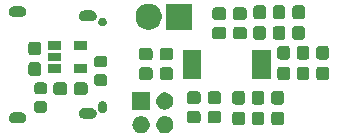
<source format=gbs>
G04 #@! TF.GenerationSoftware,KiCad,Pcbnew,(5.1.0-47-g8a7e501fe)*
G04 #@! TF.CreationDate,2019-04-01T01:15:26-05:00*
G04 #@! TF.ProjectId,usb_c_wien_bridge,7573625f-635f-4776-9965-6e5f62726964,0.1a*
G04 #@! TF.SameCoordinates,Original*
G04 #@! TF.FileFunction,Soldermask,Bot*
G04 #@! TF.FilePolarity,Negative*
%FSLAX46Y46*%
G04 Gerber Fmt 4.6, Leading zero omitted, Abs format (unit mm)*
G04 Created by KiCad (PCBNEW (5.1.0-47-g8a7e501fe)) date 2019-04-01 01:15:26*
%MOMM*%
%LPD*%
G04 APERTURE LIST*
%ADD10C,0.100000*%
G04 APERTURE END LIST*
D10*
G36*
X139556278Y-100249701D02*
G01*
X139612193Y-100266663D01*
X139693095Y-100291204D01*
X139819183Y-100358600D01*
X139929701Y-100449299D01*
X140020400Y-100559817D01*
X140087796Y-100685905D01*
X140094829Y-100709091D01*
X140129299Y-100822722D01*
X140143312Y-100965000D01*
X140129299Y-101107278D01*
X140107288Y-101179837D01*
X140087796Y-101244095D01*
X140020400Y-101370183D01*
X139929701Y-101480701D01*
X139819183Y-101571400D01*
X139693095Y-101638796D01*
X139628837Y-101658288D01*
X139556278Y-101680299D01*
X139449655Y-101690800D01*
X139378345Y-101690800D01*
X139271722Y-101680299D01*
X139199163Y-101658288D01*
X139134905Y-101638796D01*
X139008817Y-101571400D01*
X138898299Y-101480701D01*
X138807600Y-101370183D01*
X138740204Y-101244095D01*
X138720712Y-101179837D01*
X138698701Y-101107278D01*
X138684688Y-100965000D01*
X138698701Y-100822722D01*
X138733171Y-100709091D01*
X138740204Y-100685905D01*
X138807600Y-100559817D01*
X138898299Y-100449299D01*
X139008817Y-100358600D01*
X139134905Y-100291204D01*
X139215807Y-100266663D01*
X139271722Y-100249701D01*
X139378345Y-100239200D01*
X139449655Y-100239200D01*
X139556278Y-100249701D01*
X139556278Y-100249701D01*
G37*
G36*
X137556278Y-100249701D02*
G01*
X137612193Y-100266663D01*
X137693095Y-100291204D01*
X137819183Y-100358600D01*
X137929701Y-100449299D01*
X138020400Y-100559817D01*
X138087796Y-100685905D01*
X138094829Y-100709091D01*
X138129299Y-100822722D01*
X138143312Y-100965000D01*
X138129299Y-101107278D01*
X138107288Y-101179837D01*
X138087796Y-101244095D01*
X138020400Y-101370183D01*
X137929701Y-101480701D01*
X137819183Y-101571400D01*
X137693095Y-101638796D01*
X137628837Y-101658288D01*
X137556278Y-101680299D01*
X137449655Y-101690800D01*
X137378345Y-101690800D01*
X137271722Y-101680299D01*
X137199163Y-101658288D01*
X137134905Y-101638796D01*
X137008817Y-101571400D01*
X136898299Y-101480701D01*
X136807600Y-101370183D01*
X136740204Y-101244095D01*
X136720712Y-101179837D01*
X136698701Y-101107278D01*
X136684688Y-100965000D01*
X136698701Y-100822722D01*
X136733171Y-100709091D01*
X136740204Y-100685905D01*
X136807600Y-100559817D01*
X136898299Y-100449299D01*
X137008817Y-100358600D01*
X137134905Y-100291204D01*
X137215807Y-100266663D01*
X137271722Y-100249701D01*
X137378345Y-100239200D01*
X137449655Y-100239200D01*
X137556278Y-100249701D01*
X137556278Y-100249701D01*
G37*
G36*
X146003584Y-99872004D02*
G01*
X146048091Y-99885505D01*
X146089112Y-99907431D01*
X146125064Y-99936936D01*
X146154569Y-99972888D01*
X146176495Y-100013909D01*
X146189996Y-100058416D01*
X146194800Y-100107193D01*
X146194800Y-100778807D01*
X146189996Y-100827584D01*
X146176495Y-100872091D01*
X146154569Y-100913112D01*
X146125064Y-100949064D01*
X146089112Y-100978569D01*
X146048091Y-101000495D01*
X146003584Y-101013996D01*
X145954807Y-101018800D01*
X145383193Y-101018800D01*
X145334416Y-101013996D01*
X145289909Y-101000495D01*
X145248888Y-100978569D01*
X145212936Y-100949064D01*
X145183431Y-100913112D01*
X145161505Y-100872091D01*
X145148004Y-100827584D01*
X145143200Y-100778807D01*
X145143200Y-100107193D01*
X145148004Y-100058416D01*
X145161505Y-100013909D01*
X145183431Y-99972888D01*
X145212936Y-99936936D01*
X145248888Y-99907431D01*
X145289909Y-99885505D01*
X145334416Y-99872004D01*
X145383193Y-99867200D01*
X145954807Y-99867200D01*
X146003584Y-99872004D01*
X146003584Y-99872004D01*
G37*
G36*
X147654584Y-99872004D02*
G01*
X147699091Y-99885505D01*
X147740112Y-99907431D01*
X147776064Y-99936936D01*
X147805569Y-99972888D01*
X147827495Y-100013909D01*
X147840996Y-100058416D01*
X147845800Y-100107193D01*
X147845800Y-100778807D01*
X147840996Y-100827584D01*
X147827495Y-100872091D01*
X147805569Y-100913112D01*
X147776064Y-100949064D01*
X147740112Y-100978569D01*
X147699091Y-101000495D01*
X147654584Y-101013996D01*
X147605807Y-101018800D01*
X147034193Y-101018800D01*
X146985416Y-101013996D01*
X146940909Y-101000495D01*
X146899888Y-100978569D01*
X146863936Y-100949064D01*
X146834431Y-100913112D01*
X146812505Y-100872091D01*
X146799004Y-100827584D01*
X146794200Y-100778807D01*
X146794200Y-100107193D01*
X146799004Y-100058416D01*
X146812505Y-100013909D01*
X146834431Y-99972888D01*
X146863936Y-99936936D01*
X146899888Y-99907431D01*
X146940909Y-99885505D01*
X146985416Y-99872004D01*
X147034193Y-99867200D01*
X147605807Y-99867200D01*
X147654584Y-99872004D01*
X147654584Y-99872004D01*
G37*
G36*
X149305584Y-99872004D02*
G01*
X149350091Y-99885505D01*
X149391112Y-99907431D01*
X149427064Y-99936936D01*
X149456569Y-99972888D01*
X149478495Y-100013909D01*
X149491996Y-100058416D01*
X149496800Y-100107193D01*
X149496800Y-100778807D01*
X149491996Y-100827584D01*
X149478495Y-100872091D01*
X149456569Y-100913112D01*
X149427064Y-100949064D01*
X149391112Y-100978569D01*
X149350091Y-101000495D01*
X149305584Y-101013996D01*
X149256807Y-101018800D01*
X148685193Y-101018800D01*
X148636416Y-101013996D01*
X148591909Y-101000495D01*
X148550888Y-100978569D01*
X148514936Y-100949064D01*
X148485431Y-100913112D01*
X148463505Y-100872091D01*
X148450004Y-100827584D01*
X148445200Y-100778807D01*
X148445200Y-100107193D01*
X148450004Y-100058416D01*
X148463505Y-100013909D01*
X148485431Y-99972888D01*
X148514936Y-99936936D01*
X148550888Y-99907431D01*
X148591909Y-99885505D01*
X148636416Y-99872004D01*
X148685193Y-99867200D01*
X149256807Y-99867200D01*
X149305584Y-99872004D01*
X149305584Y-99872004D01*
G37*
G36*
X142257584Y-99809004D02*
G01*
X142302091Y-99822505D01*
X142343112Y-99844431D01*
X142379064Y-99873936D01*
X142408569Y-99909888D01*
X142430495Y-99950909D01*
X142443996Y-99995416D01*
X142448800Y-100044193D01*
X142448800Y-100615807D01*
X142443996Y-100664584D01*
X142430495Y-100709091D01*
X142408569Y-100750112D01*
X142379064Y-100786064D01*
X142343112Y-100815569D01*
X142302091Y-100837495D01*
X142257584Y-100850996D01*
X142208807Y-100855800D01*
X141537193Y-100855800D01*
X141488416Y-100850996D01*
X141443909Y-100837495D01*
X141402888Y-100815569D01*
X141366936Y-100786064D01*
X141337431Y-100750112D01*
X141315505Y-100709091D01*
X141302004Y-100664584D01*
X141297200Y-100615807D01*
X141297200Y-100044193D01*
X141302004Y-99995416D01*
X141315505Y-99950909D01*
X141337431Y-99909888D01*
X141366936Y-99873936D01*
X141402888Y-99844431D01*
X141443909Y-99822505D01*
X141488416Y-99809004D01*
X141537193Y-99804200D01*
X142208807Y-99804200D01*
X142257584Y-99809004D01*
X142257584Y-99809004D01*
G37*
G36*
X144007584Y-99809004D02*
G01*
X144052091Y-99822505D01*
X144093112Y-99844431D01*
X144129064Y-99873936D01*
X144158569Y-99909888D01*
X144180495Y-99950909D01*
X144193996Y-99995416D01*
X144198800Y-100044193D01*
X144198800Y-100615807D01*
X144193996Y-100664584D01*
X144180495Y-100709091D01*
X144158569Y-100750112D01*
X144129064Y-100786064D01*
X144093112Y-100815569D01*
X144052091Y-100837495D01*
X144007584Y-100850996D01*
X143958807Y-100855800D01*
X143287193Y-100855800D01*
X143238416Y-100850996D01*
X143193909Y-100837495D01*
X143152888Y-100815569D01*
X143116936Y-100786064D01*
X143087431Y-100750112D01*
X143065505Y-100709091D01*
X143052004Y-100664584D01*
X143047200Y-100615807D01*
X143047200Y-100044193D01*
X143052004Y-99995416D01*
X143065505Y-99950909D01*
X143087431Y-99909888D01*
X143116936Y-99873936D01*
X143152888Y-99844431D01*
X143193909Y-99822505D01*
X143238416Y-99809004D01*
X143287193Y-99804200D01*
X143958807Y-99804200D01*
X144007584Y-99809004D01*
X144007584Y-99809004D01*
G37*
G36*
X127342369Y-99930722D02*
G01*
X127342372Y-99930723D01*
X127427348Y-99956500D01*
X127505663Y-99998360D01*
X127574306Y-100054694D01*
X127630640Y-100123337D01*
X127672500Y-100201652D01*
X127683890Y-100239200D01*
X127698278Y-100286631D01*
X127706982Y-100375000D01*
X127698278Y-100463369D01*
X127695330Y-100473088D01*
X127672500Y-100548348D01*
X127630640Y-100626663D01*
X127574306Y-100695306D01*
X127505663Y-100751640D01*
X127427348Y-100793500D01*
X127354596Y-100815569D01*
X127342369Y-100819278D01*
X127276149Y-100825800D01*
X126631851Y-100825800D01*
X126565631Y-100819278D01*
X126553404Y-100815569D01*
X126480652Y-100793500D01*
X126402337Y-100751640D01*
X126333694Y-100695306D01*
X126277360Y-100626663D01*
X126235500Y-100548348D01*
X126212670Y-100473088D01*
X126209722Y-100463369D01*
X126201018Y-100375000D01*
X126209722Y-100286631D01*
X126224110Y-100239200D01*
X126235500Y-100201652D01*
X126277360Y-100123337D01*
X126333694Y-100054694D01*
X126402337Y-99998360D01*
X126480652Y-99956500D01*
X126565628Y-99930723D01*
X126565631Y-99930722D01*
X126631851Y-99924200D01*
X127276149Y-99924200D01*
X127342369Y-99930722D01*
X127342369Y-99930722D01*
G37*
G36*
X133292369Y-99570722D02*
G01*
X133292372Y-99570723D01*
X133377348Y-99596500D01*
X133455663Y-99638360D01*
X133524306Y-99694694D01*
X133580640Y-99763337D01*
X133622500Y-99841652D01*
X133636320Y-99887212D01*
X133648278Y-99926631D01*
X133656982Y-100015000D01*
X133648278Y-100103369D01*
X133648277Y-100103372D01*
X133622500Y-100188348D01*
X133580640Y-100266663D01*
X133524306Y-100335306D01*
X133455663Y-100391640D01*
X133377348Y-100433500D01*
X133325265Y-100449299D01*
X133292369Y-100459278D01*
X133226149Y-100465800D01*
X132581851Y-100465800D01*
X132515631Y-100459278D01*
X132482735Y-100449299D01*
X132430652Y-100433500D01*
X132352337Y-100391640D01*
X132283694Y-100335306D01*
X132227360Y-100266663D01*
X132185500Y-100188348D01*
X132159723Y-100103372D01*
X132159722Y-100103369D01*
X132151018Y-100015000D01*
X132159722Y-99926631D01*
X132171680Y-99887212D01*
X132185500Y-99841652D01*
X132227360Y-99763337D01*
X132283694Y-99694694D01*
X132352337Y-99638360D01*
X132430652Y-99596500D01*
X132515628Y-99570723D01*
X132515631Y-99570722D01*
X132581851Y-99564200D01*
X133226149Y-99564200D01*
X133292369Y-99570722D01*
X133292369Y-99570722D01*
G37*
G36*
X134227666Y-98964637D02*
G01*
X134227669Y-98964638D01*
X134227670Y-98964638D01*
X134298508Y-98986126D01*
X134363793Y-99021022D01*
X134363795Y-99021023D01*
X134363794Y-99021023D01*
X134421017Y-99067983D01*
X134458233Y-99113333D01*
X134467978Y-99125207D01*
X134502874Y-99190492D01*
X134521075Y-99250495D01*
X134524363Y-99261334D01*
X134529800Y-99316537D01*
X134529800Y-99653463D01*
X134524363Y-99708666D01*
X134524362Y-99708669D01*
X134524362Y-99708670D01*
X134502874Y-99779508D01*
X134467978Y-99844793D01*
X134467977Y-99844794D01*
X134421017Y-99902016D01*
X134386036Y-99930723D01*
X134363792Y-99948978D01*
X134298507Y-99983874D01*
X134227669Y-100005362D01*
X134227668Y-100005362D01*
X134227665Y-100005363D01*
X134154000Y-100012619D01*
X134080334Y-100005363D01*
X134080331Y-100005362D01*
X134080330Y-100005362D01*
X134009492Y-99983874D01*
X133944207Y-99948978D01*
X133916977Y-99926631D01*
X133886984Y-99902017D01*
X133840023Y-99844793D01*
X133840022Y-99844792D01*
X133805126Y-99779507D01*
X133783638Y-99708669D01*
X133783638Y-99708668D01*
X133783637Y-99708665D01*
X133778200Y-99653462D01*
X133778200Y-99316537D01*
X133783637Y-99261334D01*
X133786925Y-99250495D01*
X133805126Y-99190492D01*
X133840023Y-99125207D01*
X133855370Y-99106507D01*
X133886984Y-99067983D01*
X133944207Y-99021023D01*
X133944206Y-99021023D01*
X133944208Y-99021022D01*
X134009493Y-98986126D01*
X134080331Y-98964638D01*
X134080332Y-98964638D01*
X134080335Y-98964637D01*
X134154000Y-98957381D01*
X134227666Y-98964637D01*
X134227666Y-98964637D01*
G37*
G36*
X129254674Y-98982643D02*
G01*
X129295667Y-98995078D01*
X129333448Y-99015273D01*
X129366556Y-99042444D01*
X129393727Y-99075552D01*
X129413922Y-99113333D01*
X129426357Y-99154326D01*
X129430800Y-99199441D01*
X129430800Y-99733559D01*
X129426357Y-99778674D01*
X129413922Y-99819667D01*
X129393727Y-99857448D01*
X129366556Y-99890556D01*
X129333448Y-99917727D01*
X129295667Y-99937922D01*
X129254674Y-99950357D01*
X129209559Y-99954800D01*
X128600441Y-99954800D01*
X128555326Y-99950357D01*
X128514333Y-99937922D01*
X128476552Y-99917727D01*
X128443444Y-99890556D01*
X128416273Y-99857448D01*
X128396078Y-99819667D01*
X128383643Y-99778674D01*
X128379200Y-99733559D01*
X128379200Y-99199441D01*
X128383643Y-99154326D01*
X128396078Y-99113333D01*
X128416273Y-99075552D01*
X128443444Y-99042444D01*
X128476552Y-99015273D01*
X128514333Y-98995078D01*
X128555326Y-98982643D01*
X128600441Y-98978200D01*
X129209559Y-98978200D01*
X129254674Y-98982643D01*
X129254674Y-98982643D01*
G37*
G36*
X139556278Y-98249701D02*
G01*
X139623329Y-98270041D01*
X139693095Y-98291204D01*
X139819183Y-98358600D01*
X139929701Y-98449299D01*
X140020400Y-98559817D01*
X140087796Y-98685905D01*
X140107288Y-98750163D01*
X140129299Y-98822722D01*
X140143312Y-98965000D01*
X140129299Y-99107278D01*
X140111920Y-99164569D01*
X140087796Y-99244095D01*
X140020400Y-99370183D01*
X139929701Y-99480701D01*
X139819183Y-99571400D01*
X139693095Y-99638796D01*
X139644743Y-99653463D01*
X139556278Y-99680299D01*
X139449655Y-99690800D01*
X139378345Y-99690800D01*
X139271722Y-99680299D01*
X139183257Y-99653463D01*
X139134905Y-99638796D01*
X139008817Y-99571400D01*
X138898299Y-99480701D01*
X138807600Y-99370183D01*
X138740204Y-99244095D01*
X138716080Y-99164569D01*
X138698701Y-99107278D01*
X138684688Y-98965000D01*
X138698701Y-98822722D01*
X138720712Y-98750163D01*
X138740204Y-98685905D01*
X138807600Y-98559817D01*
X138898299Y-98449299D01*
X139008817Y-98358600D01*
X139134905Y-98291204D01*
X139204671Y-98270041D01*
X139271722Y-98249701D01*
X139378345Y-98239200D01*
X139449655Y-98239200D01*
X139556278Y-98249701D01*
X139556278Y-98249701D01*
G37*
G36*
X138139800Y-99690800D02*
G01*
X136688200Y-99690800D01*
X136688200Y-98239200D01*
X138139800Y-98239200D01*
X138139800Y-99690800D01*
X138139800Y-99690800D01*
G37*
G36*
X149305584Y-98122004D02*
G01*
X149350091Y-98135505D01*
X149391112Y-98157431D01*
X149427064Y-98186936D01*
X149456569Y-98222888D01*
X149478495Y-98263909D01*
X149491996Y-98308416D01*
X149496800Y-98357193D01*
X149496800Y-99028807D01*
X149491996Y-99077584D01*
X149478495Y-99122091D01*
X149456569Y-99163112D01*
X149427064Y-99199064D01*
X149391112Y-99228569D01*
X149350091Y-99250495D01*
X149305584Y-99263996D01*
X149256807Y-99268800D01*
X148685193Y-99268800D01*
X148636416Y-99263996D01*
X148591909Y-99250495D01*
X148550888Y-99228569D01*
X148514936Y-99199064D01*
X148485431Y-99163112D01*
X148463505Y-99122091D01*
X148450004Y-99077584D01*
X148445200Y-99028807D01*
X148445200Y-98357193D01*
X148450004Y-98308416D01*
X148463505Y-98263909D01*
X148485431Y-98222888D01*
X148514936Y-98186936D01*
X148550888Y-98157431D01*
X148591909Y-98135505D01*
X148636416Y-98122004D01*
X148685193Y-98117200D01*
X149256807Y-98117200D01*
X149305584Y-98122004D01*
X149305584Y-98122004D01*
G37*
G36*
X147654584Y-98122004D02*
G01*
X147699091Y-98135505D01*
X147740112Y-98157431D01*
X147776064Y-98186936D01*
X147805569Y-98222888D01*
X147827495Y-98263909D01*
X147840996Y-98308416D01*
X147845800Y-98357193D01*
X147845800Y-99028807D01*
X147840996Y-99077584D01*
X147827495Y-99122091D01*
X147805569Y-99163112D01*
X147776064Y-99199064D01*
X147740112Y-99228569D01*
X147699091Y-99250495D01*
X147654584Y-99263996D01*
X147605807Y-99268800D01*
X147034193Y-99268800D01*
X146985416Y-99263996D01*
X146940909Y-99250495D01*
X146899888Y-99228569D01*
X146863936Y-99199064D01*
X146834431Y-99163112D01*
X146812505Y-99122091D01*
X146799004Y-99077584D01*
X146794200Y-99028807D01*
X146794200Y-98357193D01*
X146799004Y-98308416D01*
X146812505Y-98263909D01*
X146834431Y-98222888D01*
X146863936Y-98186936D01*
X146899888Y-98157431D01*
X146940909Y-98135505D01*
X146985416Y-98122004D01*
X147034193Y-98117200D01*
X147605807Y-98117200D01*
X147654584Y-98122004D01*
X147654584Y-98122004D01*
G37*
G36*
X146003584Y-98122004D02*
G01*
X146048091Y-98135505D01*
X146089112Y-98157431D01*
X146125064Y-98186936D01*
X146154569Y-98222888D01*
X146176495Y-98263909D01*
X146189996Y-98308416D01*
X146194800Y-98357193D01*
X146194800Y-99028807D01*
X146189996Y-99077584D01*
X146176495Y-99122091D01*
X146154569Y-99163112D01*
X146125064Y-99199064D01*
X146089112Y-99228569D01*
X146048091Y-99250495D01*
X146003584Y-99263996D01*
X145954807Y-99268800D01*
X145383193Y-99268800D01*
X145334416Y-99263996D01*
X145289909Y-99250495D01*
X145248888Y-99228569D01*
X145212936Y-99199064D01*
X145183431Y-99163112D01*
X145161505Y-99122091D01*
X145148004Y-99077584D01*
X145143200Y-99028807D01*
X145143200Y-98357193D01*
X145148004Y-98308416D01*
X145161505Y-98263909D01*
X145183431Y-98222888D01*
X145212936Y-98186936D01*
X145248888Y-98157431D01*
X145289909Y-98135505D01*
X145334416Y-98122004D01*
X145383193Y-98117200D01*
X145954807Y-98117200D01*
X146003584Y-98122004D01*
X146003584Y-98122004D01*
G37*
G36*
X142257584Y-98158004D02*
G01*
X142302091Y-98171505D01*
X142343112Y-98193431D01*
X142379064Y-98222936D01*
X142408569Y-98258888D01*
X142430495Y-98299909D01*
X142443996Y-98344416D01*
X142448800Y-98393193D01*
X142448800Y-98964807D01*
X142443996Y-99013584D01*
X142430495Y-99058091D01*
X142408569Y-99099112D01*
X142379064Y-99135064D01*
X142343112Y-99164569D01*
X142302091Y-99186495D01*
X142257584Y-99199996D01*
X142208807Y-99204800D01*
X141537193Y-99204800D01*
X141488416Y-99199996D01*
X141443909Y-99186495D01*
X141402888Y-99164569D01*
X141366936Y-99135064D01*
X141337431Y-99099112D01*
X141315505Y-99058091D01*
X141302004Y-99013584D01*
X141297200Y-98964807D01*
X141297200Y-98393193D01*
X141302004Y-98344416D01*
X141315505Y-98299909D01*
X141337431Y-98258888D01*
X141366936Y-98222936D01*
X141402888Y-98193431D01*
X141443909Y-98171505D01*
X141488416Y-98158004D01*
X141537193Y-98153200D01*
X142208807Y-98153200D01*
X142257584Y-98158004D01*
X142257584Y-98158004D01*
G37*
G36*
X144007584Y-98158004D02*
G01*
X144052091Y-98171505D01*
X144093112Y-98193431D01*
X144129064Y-98222936D01*
X144158569Y-98258888D01*
X144180495Y-98299909D01*
X144193996Y-98344416D01*
X144198800Y-98393193D01*
X144198800Y-98964807D01*
X144193996Y-99013584D01*
X144180495Y-99058091D01*
X144158569Y-99099112D01*
X144129064Y-99135064D01*
X144093112Y-99164569D01*
X144052091Y-99186495D01*
X144007584Y-99199996D01*
X143958807Y-99204800D01*
X143287193Y-99204800D01*
X143238416Y-99199996D01*
X143193909Y-99186495D01*
X143152888Y-99164569D01*
X143116936Y-99135064D01*
X143087431Y-99099112D01*
X143065505Y-99058091D01*
X143052004Y-99013584D01*
X143047200Y-98964807D01*
X143047200Y-98393193D01*
X143052004Y-98344416D01*
X143065505Y-98299909D01*
X143087431Y-98258888D01*
X143116936Y-98222936D01*
X143152888Y-98193431D01*
X143193909Y-98171505D01*
X143238416Y-98158004D01*
X143287193Y-98153200D01*
X143958807Y-98153200D01*
X144007584Y-98158004D01*
X144007584Y-98158004D01*
G37*
G36*
X130954584Y-97396004D02*
G01*
X130999091Y-97409505D01*
X131040112Y-97431431D01*
X131076064Y-97460936D01*
X131105569Y-97496888D01*
X131127495Y-97537909D01*
X131140996Y-97582416D01*
X131145800Y-97631193D01*
X131145800Y-98202807D01*
X131140996Y-98251584D01*
X131127495Y-98296091D01*
X131105569Y-98337112D01*
X131076064Y-98373064D01*
X131040112Y-98402569D01*
X130999091Y-98424495D01*
X130954584Y-98437996D01*
X130905807Y-98442800D01*
X130234193Y-98442800D01*
X130185416Y-98437996D01*
X130140909Y-98424495D01*
X130099888Y-98402569D01*
X130063936Y-98373064D01*
X130034431Y-98337112D01*
X130012505Y-98296091D01*
X129999004Y-98251584D01*
X129994200Y-98202807D01*
X129994200Y-97631193D01*
X129999004Y-97582416D01*
X130012505Y-97537909D01*
X130034431Y-97496888D01*
X130063936Y-97460936D01*
X130099888Y-97431431D01*
X130140909Y-97409505D01*
X130185416Y-97396004D01*
X130234193Y-97391200D01*
X130905807Y-97391200D01*
X130954584Y-97396004D01*
X130954584Y-97396004D01*
G37*
G36*
X132704584Y-97396004D02*
G01*
X132749091Y-97409505D01*
X132790112Y-97431431D01*
X132826064Y-97460936D01*
X132855569Y-97496888D01*
X132877495Y-97537909D01*
X132890996Y-97582416D01*
X132895800Y-97631193D01*
X132895800Y-98202807D01*
X132890996Y-98251584D01*
X132877495Y-98296091D01*
X132855569Y-98337112D01*
X132826064Y-98373064D01*
X132790112Y-98402569D01*
X132749091Y-98424495D01*
X132704584Y-98437996D01*
X132655807Y-98442800D01*
X131984193Y-98442800D01*
X131935416Y-98437996D01*
X131890909Y-98424495D01*
X131849888Y-98402569D01*
X131813936Y-98373064D01*
X131784431Y-98337112D01*
X131762505Y-98296091D01*
X131749004Y-98251584D01*
X131744200Y-98202807D01*
X131744200Y-97631193D01*
X131749004Y-97582416D01*
X131762505Y-97537909D01*
X131784431Y-97496888D01*
X131813936Y-97460936D01*
X131849888Y-97431431D01*
X131890909Y-97409505D01*
X131935416Y-97396004D01*
X131984193Y-97391200D01*
X132655807Y-97391200D01*
X132704584Y-97396004D01*
X132704584Y-97396004D01*
G37*
G36*
X129254674Y-97407643D02*
G01*
X129295667Y-97420078D01*
X129333448Y-97440273D01*
X129366556Y-97467444D01*
X129393727Y-97500552D01*
X129413922Y-97538333D01*
X129426357Y-97579326D01*
X129430800Y-97624441D01*
X129430800Y-98158559D01*
X129426357Y-98203674D01*
X129413922Y-98244667D01*
X129393727Y-98282448D01*
X129366556Y-98315556D01*
X129333448Y-98342727D01*
X129295667Y-98362922D01*
X129254674Y-98375357D01*
X129209559Y-98379800D01*
X128600441Y-98379800D01*
X128555326Y-98375357D01*
X128514333Y-98362922D01*
X128476552Y-98342727D01*
X128443444Y-98315556D01*
X128416273Y-98282448D01*
X128396078Y-98244667D01*
X128383643Y-98203674D01*
X128379200Y-98158559D01*
X128379200Y-97624441D01*
X128383643Y-97579326D01*
X128396078Y-97538333D01*
X128416273Y-97500552D01*
X128443444Y-97467444D01*
X128476552Y-97440273D01*
X128514333Y-97420078D01*
X128555326Y-97407643D01*
X128600441Y-97403200D01*
X129209559Y-97403200D01*
X129254674Y-97407643D01*
X129254674Y-97407643D01*
G37*
G36*
X134334674Y-96722143D02*
G01*
X134375667Y-96734578D01*
X134413448Y-96754773D01*
X134446556Y-96781944D01*
X134473727Y-96815052D01*
X134493922Y-96852833D01*
X134506357Y-96893826D01*
X134510800Y-96938941D01*
X134510800Y-97473059D01*
X134506357Y-97518174D01*
X134493922Y-97559167D01*
X134473727Y-97596948D01*
X134446556Y-97630056D01*
X134413448Y-97657227D01*
X134375667Y-97677422D01*
X134334674Y-97689857D01*
X134289559Y-97694300D01*
X133680441Y-97694300D01*
X133635326Y-97689857D01*
X133594333Y-97677422D01*
X133556552Y-97657227D01*
X133523444Y-97630056D01*
X133496273Y-97596948D01*
X133476078Y-97559167D01*
X133463643Y-97518174D01*
X133459200Y-97473059D01*
X133459200Y-96938941D01*
X133463643Y-96893826D01*
X133476078Y-96852833D01*
X133496273Y-96815052D01*
X133523444Y-96781944D01*
X133556552Y-96754773D01*
X133594333Y-96734578D01*
X133635326Y-96722143D01*
X133680441Y-96717700D01*
X134289559Y-96717700D01*
X134334674Y-96722143D01*
X134334674Y-96722143D01*
G37*
G36*
X153115584Y-96062004D02*
G01*
X153160091Y-96075505D01*
X153201112Y-96097431D01*
X153237064Y-96126936D01*
X153266569Y-96162888D01*
X153288495Y-96203909D01*
X153301996Y-96248416D01*
X153306800Y-96297193D01*
X153306800Y-96968807D01*
X153301996Y-97017584D01*
X153288495Y-97062091D01*
X153266569Y-97103112D01*
X153237064Y-97139064D01*
X153201112Y-97168569D01*
X153160091Y-97190495D01*
X153115584Y-97203996D01*
X153066807Y-97208800D01*
X152495193Y-97208800D01*
X152446416Y-97203996D01*
X152401909Y-97190495D01*
X152360888Y-97168569D01*
X152324936Y-97139064D01*
X152295431Y-97103112D01*
X152273505Y-97062091D01*
X152260004Y-97017584D01*
X152255200Y-96968807D01*
X152255200Y-96297193D01*
X152260004Y-96248416D01*
X152273505Y-96203909D01*
X152295431Y-96162888D01*
X152324936Y-96126936D01*
X152360888Y-96097431D01*
X152401909Y-96075505D01*
X152446416Y-96062004D01*
X152495193Y-96057200D01*
X153066807Y-96057200D01*
X153115584Y-96062004D01*
X153115584Y-96062004D01*
G37*
G36*
X151464584Y-96062004D02*
G01*
X151509091Y-96075505D01*
X151550112Y-96097431D01*
X151586064Y-96126936D01*
X151615569Y-96162888D01*
X151637495Y-96203909D01*
X151650996Y-96248416D01*
X151655800Y-96297193D01*
X151655800Y-96968807D01*
X151650996Y-97017584D01*
X151637495Y-97062091D01*
X151615569Y-97103112D01*
X151586064Y-97139064D01*
X151550112Y-97168569D01*
X151509091Y-97190495D01*
X151464584Y-97203996D01*
X151415807Y-97208800D01*
X150844193Y-97208800D01*
X150795416Y-97203996D01*
X150750909Y-97190495D01*
X150709888Y-97168569D01*
X150673936Y-97139064D01*
X150644431Y-97103112D01*
X150622505Y-97062091D01*
X150609004Y-97017584D01*
X150604200Y-96968807D01*
X150604200Y-96297193D01*
X150609004Y-96248416D01*
X150622505Y-96203909D01*
X150644431Y-96162888D01*
X150673936Y-96126936D01*
X150709888Y-96097431D01*
X150750909Y-96075505D01*
X150795416Y-96062004D01*
X150844193Y-96057200D01*
X151415807Y-96057200D01*
X151464584Y-96062004D01*
X151464584Y-96062004D01*
G37*
G36*
X149813584Y-96062004D02*
G01*
X149858091Y-96075505D01*
X149899112Y-96097431D01*
X149935064Y-96126936D01*
X149964569Y-96162888D01*
X149986495Y-96203909D01*
X149999996Y-96248416D01*
X150004800Y-96297193D01*
X150004800Y-96968807D01*
X149999996Y-97017584D01*
X149986495Y-97062091D01*
X149964569Y-97103112D01*
X149935064Y-97139064D01*
X149899112Y-97168569D01*
X149858091Y-97190495D01*
X149813584Y-97203996D01*
X149764807Y-97208800D01*
X149193193Y-97208800D01*
X149144416Y-97203996D01*
X149099909Y-97190495D01*
X149058888Y-97168569D01*
X149022936Y-97139064D01*
X148993431Y-97103112D01*
X148971505Y-97062091D01*
X148958004Y-97017584D01*
X148953200Y-96968807D01*
X148953200Y-96297193D01*
X148958004Y-96248416D01*
X148971505Y-96203909D01*
X148993431Y-96162888D01*
X149022936Y-96126936D01*
X149058888Y-96097431D01*
X149099909Y-96075505D01*
X149144416Y-96062004D01*
X149193193Y-96057200D01*
X149764807Y-96057200D01*
X149813584Y-96062004D01*
X149813584Y-96062004D01*
G37*
G36*
X139943584Y-96126004D02*
G01*
X139988091Y-96139505D01*
X140029112Y-96161431D01*
X140065064Y-96190936D01*
X140094569Y-96226888D01*
X140116495Y-96267909D01*
X140129996Y-96312416D01*
X140134800Y-96361193D01*
X140134800Y-96932807D01*
X140129996Y-96981584D01*
X140116495Y-97026091D01*
X140094569Y-97067112D01*
X140065064Y-97103064D01*
X140029112Y-97132569D01*
X139988091Y-97154495D01*
X139943584Y-97167996D01*
X139894807Y-97172800D01*
X139223193Y-97172800D01*
X139174416Y-97167996D01*
X139129909Y-97154495D01*
X139088888Y-97132569D01*
X139052936Y-97103064D01*
X139023431Y-97067112D01*
X139001505Y-97026091D01*
X138988004Y-96981584D01*
X138983200Y-96932807D01*
X138983200Y-96361193D01*
X138988004Y-96312416D01*
X139001505Y-96267909D01*
X139023431Y-96226888D01*
X139052936Y-96190936D01*
X139088888Y-96161431D01*
X139129909Y-96139505D01*
X139174416Y-96126004D01*
X139223193Y-96121200D01*
X139894807Y-96121200D01*
X139943584Y-96126004D01*
X139943584Y-96126004D01*
G37*
G36*
X138193584Y-96126004D02*
G01*
X138238091Y-96139505D01*
X138279112Y-96161431D01*
X138315064Y-96190936D01*
X138344569Y-96226888D01*
X138366495Y-96267909D01*
X138379996Y-96312416D01*
X138384800Y-96361193D01*
X138384800Y-96932807D01*
X138379996Y-96981584D01*
X138366495Y-97026091D01*
X138344569Y-97067112D01*
X138315064Y-97103064D01*
X138279112Y-97132569D01*
X138238091Y-97154495D01*
X138193584Y-97167996D01*
X138144807Y-97172800D01*
X137473193Y-97172800D01*
X137424416Y-97167996D01*
X137379909Y-97154495D01*
X137338888Y-97132569D01*
X137302936Y-97103064D01*
X137273431Y-97067112D01*
X137251505Y-97026091D01*
X137238004Y-96981584D01*
X137233200Y-96932807D01*
X137233200Y-96361193D01*
X137238004Y-96312416D01*
X137251505Y-96267909D01*
X137273431Y-96226888D01*
X137302936Y-96190936D01*
X137338888Y-96161431D01*
X137379909Y-96139505D01*
X137424416Y-96126004D01*
X137473193Y-96121200D01*
X138144807Y-96121200D01*
X138193584Y-96126004D01*
X138193584Y-96126004D01*
G37*
G36*
X142478800Y-97135800D02*
G01*
X140927200Y-97135800D01*
X140927200Y-94634200D01*
X142478800Y-94634200D01*
X142478800Y-97135800D01*
X142478800Y-97135800D01*
G37*
G36*
X148378800Y-97135800D02*
G01*
X146827200Y-97135800D01*
X146827200Y-94634200D01*
X148378800Y-94634200D01*
X148378800Y-97135800D01*
X148378800Y-97135800D01*
G37*
G36*
X128731584Y-95695004D02*
G01*
X128776091Y-95708505D01*
X128817112Y-95730431D01*
X128853064Y-95759936D01*
X128882569Y-95795888D01*
X128904495Y-95836909D01*
X128917996Y-95881416D01*
X128922800Y-95930193D01*
X128922800Y-96601807D01*
X128917996Y-96650584D01*
X128904495Y-96695091D01*
X128882569Y-96736112D01*
X128853064Y-96772064D01*
X128817112Y-96801569D01*
X128776091Y-96823495D01*
X128731584Y-96836996D01*
X128682807Y-96841800D01*
X128111193Y-96841800D01*
X128062416Y-96836996D01*
X128017909Y-96823495D01*
X127976888Y-96801569D01*
X127940936Y-96772064D01*
X127911431Y-96736112D01*
X127889505Y-96695091D01*
X127876004Y-96650584D01*
X127871200Y-96601807D01*
X127871200Y-95930193D01*
X127876004Y-95881416D01*
X127889505Y-95836909D01*
X127911431Y-95795888D01*
X127940936Y-95759936D01*
X127976888Y-95730431D01*
X128017909Y-95708505D01*
X128062416Y-95695004D01*
X128111193Y-95690200D01*
X128682807Y-95690200D01*
X128731584Y-95695004D01*
X128731584Y-95695004D01*
G37*
G36*
X132871800Y-96575800D02*
G01*
X131710200Y-96575800D01*
X131710200Y-95824200D01*
X132871800Y-95824200D01*
X132871800Y-96575800D01*
X132871800Y-96575800D01*
G37*
G36*
X130671800Y-96575800D02*
G01*
X129510200Y-96575800D01*
X129510200Y-95824200D01*
X130671800Y-95824200D01*
X130671800Y-96575800D01*
X130671800Y-96575800D01*
G37*
G36*
X134334674Y-95147143D02*
G01*
X134375667Y-95159578D01*
X134413448Y-95179773D01*
X134446556Y-95206944D01*
X134473727Y-95240052D01*
X134493922Y-95277833D01*
X134506357Y-95318826D01*
X134510800Y-95363941D01*
X134510800Y-95898059D01*
X134506357Y-95943174D01*
X134493922Y-95984167D01*
X134473727Y-96021948D01*
X134446556Y-96055056D01*
X134413448Y-96082227D01*
X134375667Y-96102422D01*
X134334674Y-96114857D01*
X134289559Y-96119300D01*
X133680441Y-96119300D01*
X133635326Y-96114857D01*
X133594333Y-96102422D01*
X133556552Y-96082227D01*
X133523444Y-96055056D01*
X133496273Y-96021948D01*
X133476078Y-95984167D01*
X133463643Y-95943174D01*
X133459200Y-95898059D01*
X133459200Y-95363941D01*
X133463643Y-95318826D01*
X133476078Y-95277833D01*
X133496273Y-95240052D01*
X133523444Y-95206944D01*
X133556552Y-95179773D01*
X133594333Y-95159578D01*
X133635326Y-95147143D01*
X133680441Y-95142700D01*
X134289559Y-95142700D01*
X134334674Y-95147143D01*
X134334674Y-95147143D01*
G37*
G36*
X130671800Y-95625800D02*
G01*
X129510200Y-95625800D01*
X129510200Y-94874200D01*
X130671800Y-94874200D01*
X130671800Y-95625800D01*
X130671800Y-95625800D01*
G37*
G36*
X138193584Y-94475004D02*
G01*
X138238091Y-94488505D01*
X138279112Y-94510431D01*
X138315064Y-94539936D01*
X138344569Y-94575888D01*
X138366495Y-94616909D01*
X138379996Y-94661416D01*
X138384800Y-94710193D01*
X138384800Y-95281807D01*
X138379996Y-95330584D01*
X138366495Y-95375091D01*
X138344569Y-95416112D01*
X138315064Y-95452064D01*
X138279112Y-95481569D01*
X138238091Y-95503495D01*
X138193584Y-95516996D01*
X138144807Y-95521800D01*
X137473193Y-95521800D01*
X137424416Y-95516996D01*
X137379909Y-95503495D01*
X137338888Y-95481569D01*
X137302936Y-95452064D01*
X137273431Y-95416112D01*
X137251505Y-95375091D01*
X137238004Y-95330584D01*
X137233200Y-95281807D01*
X137233200Y-94710193D01*
X137238004Y-94661416D01*
X137251505Y-94616909D01*
X137273431Y-94575888D01*
X137302936Y-94539936D01*
X137338888Y-94510431D01*
X137379909Y-94488505D01*
X137424416Y-94475004D01*
X137473193Y-94470200D01*
X138144807Y-94470200D01*
X138193584Y-94475004D01*
X138193584Y-94475004D01*
G37*
G36*
X139943584Y-94475004D02*
G01*
X139988091Y-94488505D01*
X140029112Y-94510431D01*
X140065064Y-94539936D01*
X140094569Y-94575888D01*
X140116495Y-94616909D01*
X140129996Y-94661416D01*
X140134800Y-94710193D01*
X140134800Y-95281807D01*
X140129996Y-95330584D01*
X140116495Y-95375091D01*
X140094569Y-95416112D01*
X140065064Y-95452064D01*
X140029112Y-95481569D01*
X139988091Y-95503495D01*
X139943584Y-95516996D01*
X139894807Y-95521800D01*
X139223193Y-95521800D01*
X139174416Y-95516996D01*
X139129909Y-95503495D01*
X139088888Y-95481569D01*
X139052936Y-95452064D01*
X139023431Y-95416112D01*
X139001505Y-95375091D01*
X138988004Y-95330584D01*
X138983200Y-95281807D01*
X138983200Y-94710193D01*
X138988004Y-94661416D01*
X139001505Y-94616909D01*
X139023431Y-94575888D01*
X139052936Y-94539936D01*
X139088888Y-94510431D01*
X139129909Y-94488505D01*
X139174416Y-94475004D01*
X139223193Y-94470200D01*
X139894807Y-94470200D01*
X139943584Y-94475004D01*
X139943584Y-94475004D01*
G37*
G36*
X153115584Y-94312004D02*
G01*
X153160091Y-94325505D01*
X153201112Y-94347431D01*
X153237064Y-94376936D01*
X153266569Y-94412888D01*
X153288495Y-94453909D01*
X153301996Y-94498416D01*
X153306800Y-94547193D01*
X153306800Y-95218807D01*
X153301996Y-95267584D01*
X153288495Y-95312091D01*
X153266569Y-95353112D01*
X153237064Y-95389064D01*
X153201112Y-95418569D01*
X153160091Y-95440495D01*
X153115584Y-95453996D01*
X153066807Y-95458800D01*
X152495193Y-95458800D01*
X152446416Y-95453996D01*
X152401909Y-95440495D01*
X152360888Y-95418569D01*
X152324936Y-95389064D01*
X152295431Y-95353112D01*
X152273505Y-95312091D01*
X152260004Y-95267584D01*
X152255200Y-95218807D01*
X152255200Y-94547193D01*
X152260004Y-94498416D01*
X152273505Y-94453909D01*
X152295431Y-94412888D01*
X152324936Y-94376936D01*
X152360888Y-94347431D01*
X152401909Y-94325505D01*
X152446416Y-94312004D01*
X152495193Y-94307200D01*
X153066807Y-94307200D01*
X153115584Y-94312004D01*
X153115584Y-94312004D01*
G37*
G36*
X151464584Y-94312004D02*
G01*
X151509091Y-94325505D01*
X151550112Y-94347431D01*
X151586064Y-94376936D01*
X151615569Y-94412888D01*
X151637495Y-94453909D01*
X151650996Y-94498416D01*
X151655800Y-94547193D01*
X151655800Y-95218807D01*
X151650996Y-95267584D01*
X151637495Y-95312091D01*
X151615569Y-95353112D01*
X151586064Y-95389064D01*
X151550112Y-95418569D01*
X151509091Y-95440495D01*
X151464584Y-95453996D01*
X151415807Y-95458800D01*
X150844193Y-95458800D01*
X150795416Y-95453996D01*
X150750909Y-95440495D01*
X150709888Y-95418569D01*
X150673936Y-95389064D01*
X150644431Y-95353112D01*
X150622505Y-95312091D01*
X150609004Y-95267584D01*
X150604200Y-95218807D01*
X150604200Y-94547193D01*
X150609004Y-94498416D01*
X150622505Y-94453909D01*
X150644431Y-94412888D01*
X150673936Y-94376936D01*
X150709888Y-94347431D01*
X150750909Y-94325505D01*
X150795416Y-94312004D01*
X150844193Y-94307200D01*
X151415807Y-94307200D01*
X151464584Y-94312004D01*
X151464584Y-94312004D01*
G37*
G36*
X149813584Y-94312004D02*
G01*
X149858091Y-94325505D01*
X149899112Y-94347431D01*
X149935064Y-94376936D01*
X149964569Y-94412888D01*
X149986495Y-94453909D01*
X149999996Y-94498416D01*
X150004800Y-94547193D01*
X150004800Y-95218807D01*
X149999996Y-95267584D01*
X149986495Y-95312091D01*
X149964569Y-95353112D01*
X149935064Y-95389064D01*
X149899112Y-95418569D01*
X149858091Y-95440495D01*
X149813584Y-95453996D01*
X149764807Y-95458800D01*
X149193193Y-95458800D01*
X149144416Y-95453996D01*
X149099909Y-95440495D01*
X149058888Y-95418569D01*
X149022936Y-95389064D01*
X148993431Y-95353112D01*
X148971505Y-95312091D01*
X148958004Y-95267584D01*
X148953200Y-95218807D01*
X148953200Y-94547193D01*
X148958004Y-94498416D01*
X148971505Y-94453909D01*
X148993431Y-94412888D01*
X149022936Y-94376936D01*
X149058888Y-94347431D01*
X149099909Y-94325505D01*
X149144416Y-94312004D01*
X149193193Y-94307200D01*
X149764807Y-94307200D01*
X149813584Y-94312004D01*
X149813584Y-94312004D01*
G37*
G36*
X128731584Y-93945004D02*
G01*
X128776091Y-93958505D01*
X128817112Y-93980431D01*
X128853064Y-94009936D01*
X128882569Y-94045888D01*
X128904495Y-94086909D01*
X128917996Y-94131416D01*
X128922800Y-94180193D01*
X128922800Y-94851807D01*
X128917996Y-94900584D01*
X128904495Y-94945091D01*
X128882569Y-94986112D01*
X128853064Y-95022064D01*
X128817112Y-95051569D01*
X128776091Y-95073495D01*
X128731584Y-95086996D01*
X128682807Y-95091800D01*
X128111193Y-95091800D01*
X128062416Y-95086996D01*
X128017909Y-95073495D01*
X127976888Y-95051569D01*
X127940936Y-95022064D01*
X127911431Y-94986112D01*
X127889505Y-94945091D01*
X127876004Y-94900584D01*
X127871200Y-94851807D01*
X127871200Y-94180193D01*
X127876004Y-94131416D01*
X127889505Y-94086909D01*
X127911431Y-94045888D01*
X127940936Y-94009936D01*
X127976888Y-93980431D01*
X128017909Y-93958505D01*
X128062416Y-93945004D01*
X128111193Y-93940200D01*
X128682807Y-93940200D01*
X128731584Y-93945004D01*
X128731584Y-93945004D01*
G37*
G36*
X132871800Y-94675800D02*
G01*
X131710200Y-94675800D01*
X131710200Y-93924200D01*
X132871800Y-93924200D01*
X132871800Y-94675800D01*
X132871800Y-94675800D01*
G37*
G36*
X130671800Y-94675800D02*
G01*
X129510200Y-94675800D01*
X129510200Y-93924200D01*
X130671800Y-93924200D01*
X130671800Y-94675800D01*
X130671800Y-94675800D01*
G37*
G36*
X151083584Y-92633004D02*
G01*
X151128091Y-92646505D01*
X151169112Y-92668431D01*
X151205064Y-92697936D01*
X151234569Y-92733888D01*
X151256495Y-92774909D01*
X151269996Y-92819416D01*
X151274800Y-92868193D01*
X151274800Y-93539807D01*
X151269996Y-93588584D01*
X151256495Y-93633091D01*
X151234569Y-93674112D01*
X151205064Y-93710064D01*
X151169112Y-93739569D01*
X151128091Y-93761495D01*
X151083584Y-93774996D01*
X151034807Y-93779800D01*
X150463193Y-93779800D01*
X150414416Y-93774996D01*
X150369909Y-93761495D01*
X150328888Y-93739569D01*
X150292936Y-93710064D01*
X150263431Y-93674112D01*
X150241505Y-93633091D01*
X150228004Y-93588584D01*
X150223200Y-93539807D01*
X150223200Y-92868193D01*
X150228004Y-92819416D01*
X150241505Y-92774909D01*
X150263431Y-92733888D01*
X150292936Y-92697936D01*
X150328888Y-92668431D01*
X150369909Y-92646505D01*
X150414416Y-92633004D01*
X150463193Y-92628200D01*
X151034807Y-92628200D01*
X151083584Y-92633004D01*
X151083584Y-92633004D01*
G37*
G36*
X149432584Y-92633004D02*
G01*
X149477091Y-92646505D01*
X149518112Y-92668431D01*
X149554064Y-92697936D01*
X149583569Y-92733888D01*
X149605495Y-92774909D01*
X149618996Y-92819416D01*
X149623800Y-92868193D01*
X149623800Y-93539807D01*
X149618996Y-93588584D01*
X149605495Y-93633091D01*
X149583569Y-93674112D01*
X149554064Y-93710064D01*
X149518112Y-93739569D01*
X149477091Y-93761495D01*
X149432584Y-93774996D01*
X149383807Y-93779800D01*
X148812193Y-93779800D01*
X148763416Y-93774996D01*
X148718909Y-93761495D01*
X148677888Y-93739569D01*
X148641936Y-93710064D01*
X148612431Y-93674112D01*
X148590505Y-93633091D01*
X148577004Y-93588584D01*
X148572200Y-93539807D01*
X148572200Y-92868193D01*
X148577004Y-92819416D01*
X148590505Y-92774909D01*
X148612431Y-92733888D01*
X148641936Y-92697936D01*
X148677888Y-92668431D01*
X148718909Y-92646505D01*
X148763416Y-92633004D01*
X148812193Y-92628200D01*
X149383807Y-92628200D01*
X149432584Y-92633004D01*
X149432584Y-92633004D01*
G37*
G36*
X147781584Y-92633004D02*
G01*
X147826091Y-92646505D01*
X147867112Y-92668431D01*
X147903064Y-92697936D01*
X147932569Y-92733888D01*
X147954495Y-92774909D01*
X147967996Y-92819416D01*
X147972800Y-92868193D01*
X147972800Y-93539807D01*
X147967996Y-93588584D01*
X147954495Y-93633091D01*
X147932569Y-93674112D01*
X147903064Y-93710064D01*
X147867112Y-93739569D01*
X147826091Y-93761495D01*
X147781584Y-93774996D01*
X147732807Y-93779800D01*
X147161193Y-93779800D01*
X147112416Y-93774996D01*
X147067909Y-93761495D01*
X147026888Y-93739569D01*
X146990936Y-93710064D01*
X146961431Y-93674112D01*
X146939505Y-93633091D01*
X146926004Y-93588584D01*
X146921200Y-93539807D01*
X146921200Y-92868193D01*
X146926004Y-92819416D01*
X146939505Y-92774909D01*
X146961431Y-92733888D01*
X146990936Y-92697936D01*
X147026888Y-92668431D01*
X147067909Y-92646505D01*
X147112416Y-92633004D01*
X147161193Y-92628200D01*
X147732807Y-92628200D01*
X147781584Y-92633004D01*
X147781584Y-92633004D01*
G37*
G36*
X144416584Y-92697004D02*
G01*
X144461091Y-92710505D01*
X144502112Y-92732431D01*
X144538064Y-92761936D01*
X144567569Y-92797888D01*
X144589495Y-92838909D01*
X144602996Y-92883416D01*
X144607800Y-92932193D01*
X144607800Y-93503807D01*
X144602996Y-93552584D01*
X144589495Y-93597091D01*
X144567569Y-93638112D01*
X144538064Y-93674064D01*
X144502112Y-93703569D01*
X144461091Y-93725495D01*
X144416584Y-93738996D01*
X144367807Y-93743800D01*
X143696193Y-93743800D01*
X143647416Y-93738996D01*
X143602909Y-93725495D01*
X143561888Y-93703569D01*
X143525936Y-93674064D01*
X143496431Y-93638112D01*
X143474505Y-93597091D01*
X143461004Y-93552584D01*
X143456200Y-93503807D01*
X143456200Y-92932193D01*
X143461004Y-92883416D01*
X143474505Y-92838909D01*
X143496431Y-92797888D01*
X143525936Y-92761936D01*
X143561888Y-92732431D01*
X143602909Y-92710505D01*
X143647416Y-92697004D01*
X143696193Y-92692200D01*
X144367807Y-92692200D01*
X144416584Y-92697004D01*
X144416584Y-92697004D01*
G37*
G36*
X146166584Y-92697004D02*
G01*
X146211091Y-92710505D01*
X146252112Y-92732431D01*
X146288064Y-92761936D01*
X146317569Y-92797888D01*
X146339495Y-92838909D01*
X146352996Y-92883416D01*
X146357800Y-92932193D01*
X146357800Y-93503807D01*
X146352996Y-93552584D01*
X146339495Y-93597091D01*
X146317569Y-93638112D01*
X146288064Y-93674064D01*
X146252112Y-93703569D01*
X146211091Y-93725495D01*
X146166584Y-93738996D01*
X146117807Y-93743800D01*
X145446193Y-93743800D01*
X145397416Y-93738996D01*
X145352909Y-93725495D01*
X145311888Y-93703569D01*
X145275936Y-93674064D01*
X145246431Y-93638112D01*
X145224505Y-93597091D01*
X145211004Y-93552584D01*
X145206200Y-93503807D01*
X145206200Y-92932193D01*
X145211004Y-92883416D01*
X145224505Y-92838909D01*
X145246431Y-92797888D01*
X145275936Y-92761936D01*
X145311888Y-92732431D01*
X145352909Y-92710505D01*
X145397416Y-92697004D01*
X145446193Y-92692200D01*
X146117807Y-92692200D01*
X146166584Y-92697004D01*
X146166584Y-92697004D01*
G37*
G36*
X141689800Y-92921800D02*
G01*
X139488200Y-92921800D01*
X139488200Y-90720200D01*
X141689800Y-90720200D01*
X141689800Y-92921800D01*
X141689800Y-92921800D01*
G37*
G36*
X138370092Y-90762503D02*
G01*
X138570424Y-90845483D01*
X138750721Y-90965954D01*
X138904046Y-91119279D01*
X139024517Y-91299576D01*
X139107497Y-91499908D01*
X139149800Y-91712580D01*
X139149800Y-91929420D01*
X139107497Y-92142092D01*
X139024517Y-92342424D01*
X138904046Y-92522721D01*
X138750721Y-92676046D01*
X138570424Y-92796517D01*
X138370092Y-92879497D01*
X138157420Y-92921800D01*
X137940580Y-92921800D01*
X137727908Y-92879497D01*
X137527576Y-92796517D01*
X137347279Y-92676046D01*
X137193954Y-92522721D01*
X137073483Y-92342424D01*
X136990503Y-92142092D01*
X136948200Y-91929420D01*
X136948200Y-91712580D01*
X136990503Y-91499908D01*
X137073483Y-91299576D01*
X137193954Y-91119279D01*
X137347279Y-90965954D01*
X137527576Y-90845483D01*
X137727908Y-90762503D01*
X137940580Y-90720200D01*
X138157420Y-90720200D01*
X138370092Y-90762503D01*
X138370092Y-90762503D01*
G37*
G36*
X134263617Y-91923642D02*
G01*
X134332008Y-91951970D01*
X134393560Y-91993098D01*
X134445902Y-92045440D01*
X134487030Y-92106992D01*
X134515358Y-92175383D01*
X134529800Y-92247987D01*
X134529800Y-92322013D01*
X134515358Y-92394617D01*
X134487030Y-92463008D01*
X134445902Y-92524560D01*
X134393560Y-92576902D01*
X134332008Y-92618030D01*
X134263617Y-92646358D01*
X134191013Y-92660800D01*
X134116987Y-92660800D01*
X134044383Y-92646358D01*
X133975992Y-92618030D01*
X133914440Y-92576902D01*
X133862098Y-92524560D01*
X133820970Y-92463008D01*
X133792642Y-92394617D01*
X133778200Y-92322013D01*
X133778200Y-92247987D01*
X133792642Y-92175383D01*
X133820970Y-92106992D01*
X133862098Y-92045440D01*
X133914440Y-91993098D01*
X133975992Y-91951970D01*
X134044383Y-91923642D01*
X134116987Y-91909200D01*
X134191013Y-91909200D01*
X134263617Y-91923642D01*
X134263617Y-91923642D01*
G37*
G36*
X133292369Y-91310722D02*
G01*
X133292372Y-91310723D01*
X133377348Y-91336500D01*
X133455663Y-91378360D01*
X133524306Y-91434694D01*
X133580640Y-91503337D01*
X133622500Y-91581652D01*
X133642220Y-91646662D01*
X133648278Y-91666631D01*
X133656982Y-91755000D01*
X133648278Y-91843369D01*
X133645415Y-91852807D01*
X133622500Y-91928348D01*
X133580640Y-92006663D01*
X133524306Y-92075306D01*
X133455663Y-92131640D01*
X133377348Y-92173500D01*
X133302088Y-92196330D01*
X133292369Y-92199278D01*
X133226149Y-92205800D01*
X132581851Y-92205800D01*
X132515631Y-92199278D01*
X132505912Y-92196330D01*
X132430652Y-92173500D01*
X132352337Y-92131640D01*
X132283694Y-92075306D01*
X132227360Y-92006663D01*
X132185500Y-91928348D01*
X132162585Y-91852807D01*
X132159722Y-91843369D01*
X132151018Y-91755000D01*
X132159722Y-91666631D01*
X132165780Y-91646662D01*
X132185500Y-91581652D01*
X132227360Y-91503337D01*
X132283694Y-91434694D01*
X132352337Y-91378360D01*
X132430652Y-91336500D01*
X132515628Y-91310723D01*
X132515631Y-91310722D01*
X132581851Y-91304200D01*
X133226149Y-91304200D01*
X133292369Y-91310722D01*
X133292369Y-91310722D01*
G37*
G36*
X144416584Y-91046004D02*
G01*
X144461091Y-91059505D01*
X144502112Y-91081431D01*
X144538064Y-91110936D01*
X144567569Y-91146888D01*
X144589495Y-91187909D01*
X144602996Y-91232416D01*
X144607800Y-91281193D01*
X144607800Y-91852807D01*
X144602996Y-91901584D01*
X144589495Y-91946091D01*
X144567569Y-91987112D01*
X144538064Y-92023064D01*
X144502112Y-92052569D01*
X144461091Y-92074495D01*
X144416584Y-92087996D01*
X144367807Y-92092800D01*
X143696193Y-92092800D01*
X143647416Y-92087996D01*
X143602909Y-92074495D01*
X143561888Y-92052569D01*
X143525936Y-92023064D01*
X143496431Y-91987112D01*
X143474505Y-91946091D01*
X143461004Y-91901584D01*
X143456200Y-91852807D01*
X143456200Y-91281193D01*
X143461004Y-91232416D01*
X143474505Y-91187909D01*
X143496431Y-91146888D01*
X143525936Y-91110936D01*
X143561888Y-91081431D01*
X143602909Y-91059505D01*
X143647416Y-91046004D01*
X143696193Y-91041200D01*
X144367807Y-91041200D01*
X144416584Y-91046004D01*
X144416584Y-91046004D01*
G37*
G36*
X146166584Y-91046004D02*
G01*
X146211091Y-91059505D01*
X146252112Y-91081431D01*
X146288064Y-91110936D01*
X146317569Y-91146888D01*
X146339495Y-91187909D01*
X146352996Y-91232416D01*
X146357800Y-91281193D01*
X146357800Y-91852807D01*
X146352996Y-91901584D01*
X146339495Y-91946091D01*
X146317569Y-91987112D01*
X146288064Y-92023064D01*
X146252112Y-92052569D01*
X146211091Y-92074495D01*
X146166584Y-92087996D01*
X146117807Y-92092800D01*
X145446193Y-92092800D01*
X145397416Y-92087996D01*
X145352909Y-92074495D01*
X145311888Y-92052569D01*
X145275936Y-92023064D01*
X145246431Y-91987112D01*
X145224505Y-91946091D01*
X145211004Y-91901584D01*
X145206200Y-91852807D01*
X145206200Y-91281193D01*
X145211004Y-91232416D01*
X145224505Y-91187909D01*
X145246431Y-91146888D01*
X145275936Y-91110936D01*
X145311888Y-91081431D01*
X145352909Y-91059505D01*
X145397416Y-91046004D01*
X145446193Y-91041200D01*
X146117807Y-91041200D01*
X146166584Y-91046004D01*
X146166584Y-91046004D01*
G37*
G36*
X151083584Y-90883004D02*
G01*
X151128091Y-90896505D01*
X151169112Y-90918431D01*
X151205064Y-90947936D01*
X151234569Y-90983888D01*
X151256495Y-91024909D01*
X151269996Y-91069416D01*
X151274800Y-91118193D01*
X151274800Y-91789807D01*
X151269996Y-91838584D01*
X151256495Y-91883091D01*
X151234569Y-91924112D01*
X151205064Y-91960064D01*
X151169112Y-91989569D01*
X151128091Y-92011495D01*
X151083584Y-92024996D01*
X151034807Y-92029800D01*
X150463193Y-92029800D01*
X150414416Y-92024996D01*
X150369909Y-92011495D01*
X150328888Y-91989569D01*
X150292936Y-91960064D01*
X150263431Y-91924112D01*
X150241505Y-91883091D01*
X150228004Y-91838584D01*
X150223200Y-91789807D01*
X150223200Y-91118193D01*
X150228004Y-91069416D01*
X150241505Y-91024909D01*
X150263431Y-90983888D01*
X150292936Y-90947936D01*
X150328888Y-90918431D01*
X150369909Y-90896505D01*
X150414416Y-90883004D01*
X150463193Y-90878200D01*
X151034807Y-90878200D01*
X151083584Y-90883004D01*
X151083584Y-90883004D01*
G37*
G36*
X149432584Y-90883004D02*
G01*
X149477091Y-90896505D01*
X149518112Y-90918431D01*
X149554064Y-90947936D01*
X149583569Y-90983888D01*
X149605495Y-91024909D01*
X149618996Y-91069416D01*
X149623800Y-91118193D01*
X149623800Y-91789807D01*
X149618996Y-91838584D01*
X149605495Y-91883091D01*
X149583569Y-91924112D01*
X149554064Y-91960064D01*
X149518112Y-91989569D01*
X149477091Y-92011495D01*
X149432584Y-92024996D01*
X149383807Y-92029800D01*
X148812193Y-92029800D01*
X148763416Y-92024996D01*
X148718909Y-92011495D01*
X148677888Y-91989569D01*
X148641936Y-91960064D01*
X148612431Y-91924112D01*
X148590505Y-91883091D01*
X148577004Y-91838584D01*
X148572200Y-91789807D01*
X148572200Y-91118193D01*
X148577004Y-91069416D01*
X148590505Y-91024909D01*
X148612431Y-90983888D01*
X148641936Y-90947936D01*
X148677888Y-90918431D01*
X148718909Y-90896505D01*
X148763416Y-90883004D01*
X148812193Y-90878200D01*
X149383807Y-90878200D01*
X149432584Y-90883004D01*
X149432584Y-90883004D01*
G37*
G36*
X147781584Y-90883004D02*
G01*
X147826091Y-90896505D01*
X147867112Y-90918431D01*
X147903064Y-90947936D01*
X147932569Y-90983888D01*
X147954495Y-91024909D01*
X147967996Y-91069416D01*
X147972800Y-91118193D01*
X147972800Y-91789807D01*
X147967996Y-91838584D01*
X147954495Y-91883091D01*
X147932569Y-91924112D01*
X147903064Y-91960064D01*
X147867112Y-91989569D01*
X147826091Y-92011495D01*
X147781584Y-92024996D01*
X147732807Y-92029800D01*
X147161193Y-92029800D01*
X147112416Y-92024996D01*
X147067909Y-92011495D01*
X147026888Y-91989569D01*
X146990936Y-91960064D01*
X146961431Y-91924112D01*
X146939505Y-91883091D01*
X146926004Y-91838584D01*
X146921200Y-91789807D01*
X146921200Y-91118193D01*
X146926004Y-91069416D01*
X146939505Y-91024909D01*
X146961431Y-90983888D01*
X146990936Y-90947936D01*
X147026888Y-90918431D01*
X147067909Y-90896505D01*
X147112416Y-90883004D01*
X147161193Y-90878200D01*
X147732807Y-90878200D01*
X147781584Y-90883004D01*
X147781584Y-90883004D01*
G37*
G36*
X127342369Y-90950722D02*
G01*
X127342372Y-90950723D01*
X127427348Y-90976500D01*
X127505663Y-91018360D01*
X127574306Y-91074694D01*
X127630640Y-91143337D01*
X127672500Y-91221652D01*
X127675765Y-91232416D01*
X127698278Y-91306631D01*
X127706982Y-91395000D01*
X127698278Y-91483369D01*
X127698277Y-91483372D01*
X127672500Y-91568348D01*
X127630640Y-91646663D01*
X127574306Y-91715306D01*
X127505663Y-91771640D01*
X127427348Y-91813500D01*
X127352088Y-91836330D01*
X127342369Y-91839278D01*
X127276149Y-91845800D01*
X126631851Y-91845800D01*
X126565631Y-91839278D01*
X126555912Y-91836330D01*
X126480652Y-91813500D01*
X126402337Y-91771640D01*
X126333694Y-91715306D01*
X126277360Y-91646663D01*
X126235500Y-91568348D01*
X126209723Y-91483372D01*
X126209722Y-91483369D01*
X126201018Y-91395000D01*
X126209722Y-91306631D01*
X126232235Y-91232416D01*
X126235500Y-91221652D01*
X126277360Y-91143337D01*
X126333694Y-91074694D01*
X126402337Y-91018360D01*
X126480652Y-90976500D01*
X126565628Y-90950723D01*
X126565631Y-90950722D01*
X126631851Y-90944200D01*
X127276149Y-90944200D01*
X127342369Y-90950722D01*
X127342369Y-90950722D01*
G37*
M02*

</source>
